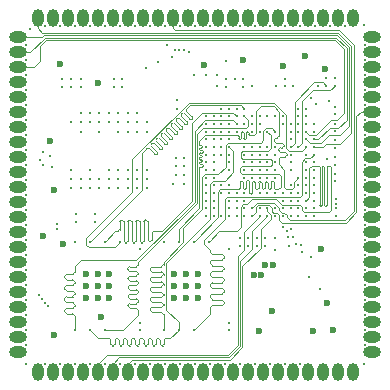
<source format=gbr>
%TF.GenerationSoftware,KiCad,Pcbnew,8.0.4*%
%TF.CreationDate,2024-10-13T16:20:41+07:00*%
%TF.ProjectId,siplex-som-s16,7369706c-6578-42d7-936f-6d2d7331362e,rev?*%
%TF.SameCoordinates,Original*%
%TF.FileFunction,Copper,L6,Inr*%
%TF.FilePolarity,Positive*%
%FSLAX46Y46*%
G04 Gerber Fmt 4.6, Leading zero omitted, Abs format (unit mm)*
G04 Created by KiCad (PCBNEW 8.0.4) date 2024-10-13 16:20:41*
%MOMM*%
%LPD*%
G01*
G04 APERTURE LIST*
%TA.AperFunction,ComponentPad*%
%ADD10O,1.500000X1.000000*%
%TD*%
%TA.AperFunction,ComponentPad*%
%ADD11O,1.000000X1.500000*%
%TD*%
%TA.AperFunction,ViaPad*%
%ADD12C,0.300000*%
%TD*%
%TA.AperFunction,ViaPad*%
%ADD13C,0.600000*%
%TD*%
%TA.AperFunction,Conductor*%
%ADD14C,0.100000*%
%TD*%
G04 APERTURE END LIST*
D10*
%TO.N,PB7*%
%TO.C,J8*%
X125310800Y-84736800D03*
%TO.N,PB8*%
X125310800Y-86006800D03*
%TO.N,PB9*%
X125310800Y-87276800D03*
%TO.N,PH4*%
X125310800Y-88546800D03*
%TO.N,GND*%
X125310800Y-89816800D03*
%TO.N,PC0*%
X125310800Y-91086800D03*
%TO.N,PC1*%
X125310800Y-92356800D03*
%TO.N,PC4*%
X125310800Y-93626800D03*
%TO.N,PA0*%
X125310800Y-94896800D03*
%TO.N,PA1*%
X125310800Y-96166800D03*
%TO.N,PA4*%
X125310800Y-97436800D03*
%TO.N,PA3*%
X125310800Y-98706800D03*
%TO.N,PA7*%
X125310800Y-99976800D03*
%TO.N,PA6*%
X125310800Y-101246800D03*
%TO.N,PA5*%
X125310800Y-102516800D03*
%TO.N,PB0*%
X125310800Y-103786800D03*
%TO.N,PB1*%
X125310800Y-105056800D03*
%TO.N,PC5*%
X125310800Y-106326800D03*
%TO.N,PB12*%
X125310800Y-107596800D03*
%TO.N,PB10*%
X125310800Y-108866800D03*
%TO.N,PB13*%
X125310800Y-110136800D03*
%TO.N,PB11*%
X125310800Y-111406800D03*
%TD*%
%TO.N,/Castellated_holes/SWDIO*%
%TO.C,J5*%
X155310800Y-111406800D03*
%TO.N,/Castellated_holes/SWCLK*%
X155310800Y-110136800D03*
%TO.N,GND*%
X155310800Y-108866800D03*
%TO.N,/Castellated_holes/USB_DN*%
X155310800Y-107596800D03*
%TO.N,/Castellated_holes/USB_DP*%
X155310800Y-106326800D03*
%TO.N,GND*%
X155310800Y-105056800D03*
%TO.N,/Castellated_holes/USB_VBUS_DET*%
X155310800Y-103786800D03*
%TO.N,/Castellated_holes/SWO*%
X155310800Y-102516800D03*
%TO.N,GND*%
X155310800Y-101246800D03*
%TO.N,/Castellated_holes/LTDC_R0*%
X155310800Y-99976800D03*
%TO.N,/Castellated_holes/LTDC_R1*%
X155310800Y-98706800D03*
%TO.N,/Castellated_holes/LTDC_R2*%
X155310800Y-97436800D03*
%TO.N,/Castellated_holes/LTDC_R3*%
X155310800Y-96166800D03*
%TO.N,/Castellated_holes/LTDC_R4*%
X155310800Y-94896800D03*
%TO.N,/Castellated_holes/LTDC_R5*%
X155310800Y-93626800D03*
%TO.N,/Castellated_holes/LTDC_R6*%
X155310800Y-92356800D03*
%TO.N,/Castellated_holes/LTDC_R7*%
X155310800Y-91086800D03*
%TO.N,/Castellated_holes/LTDC_G0*%
X155310800Y-89816800D03*
%TO.N,/Castellated_holes/LTDC_G1*%
X155310800Y-88546800D03*
%TO.N,/Castellated_holes/LTDC_G2*%
X155310800Y-87276800D03*
%TO.N,/Castellated_holes/LTDC_G3*%
X155310800Y-86006800D03*
%TO.N,/Castellated_holes/LTDC_G4*%
X155310800Y-84736800D03*
%TD*%
D11*
%TO.N,PB14*%
%TO.C,J9*%
X126975800Y-113071800D03*
%TO.N,PB15*%
X128245800Y-113071800D03*
%TO.N,PH7*%
X129515800Y-113071800D03*
%TO.N,PD13*%
X130785800Y-113071800D03*
%TO.N,PC6*%
X132055800Y-113071800D03*
%TO.N,PC7*%
X133325800Y-113071800D03*
%TO.N,PC8*%
X134595800Y-113071800D03*
%TO.N,PH14*%
X135865800Y-113071800D03*
%TO.N,PD2*%
X137135800Y-113071800D03*
%TO.N,PD3*%
X138405800Y-113071800D03*
%TO.N,PD5*%
X139675800Y-113071800D03*
%TO.N,PD6*%
X140945800Y-113071800D03*
%TO.N,PD7*%
X142215800Y-113071800D03*
%TO.N,PI3*%
X143485800Y-113071800D03*
%TO.N,PA15*%
X144755800Y-113071800D03*
%TO.N,PC12*%
X146025800Y-113071800D03*
%TO.N,PG11*%
X147295800Y-113071800D03*
%TO.N,PB4*%
X148565800Y-113071800D03*
%TO.N,VIN*%
X149835800Y-113071800D03*
%TO.N,+3V3*%
X151105800Y-113071800D03*
%TO.N,GND*%
X152375800Y-113071800D03*
X153645800Y-113071800D03*
%TD*%
%TO.N,PB5*%
%TO.C,J7*%
X126975800Y-83071800D03*
%TO.N,GND*%
X128245800Y-83071800D03*
%TO.N,VRTC*%
X129515800Y-83071800D03*
%TO.N,/Castellated_holes/NRST*%
X130785800Y-83071800D03*
%TO.N,/MCU/BOOT0*%
X132055800Y-83071800D03*
%TO.N,/Castellated_holes/LTDC_DE*%
X133325800Y-83071800D03*
%TO.N,/Castellated_holes/LTDC_VSYNC*%
X134595800Y-83071800D03*
%TO.N,/Castellated_holes/LTDC_HSYNC*%
X135865800Y-83071800D03*
%TO.N,GND*%
X137135800Y-83071800D03*
%TO.N,/Castellated_holes/LTDC_CLK*%
X138405800Y-83071800D03*
%TO.N,GND*%
X139675800Y-83071800D03*
%TO.N,/Castellated_holes/LTDC_B7*%
X140945800Y-83071800D03*
%TO.N,/Castellated_holes/LTDC_B6*%
X142215800Y-83071800D03*
%TO.N,/Castellated_holes/LTDC_B5*%
X143485800Y-83071800D03*
%TO.N,/Castellated_holes/LTDC_B4*%
X144755800Y-83071800D03*
%TO.N,/Castellated_holes/LTDC_B3*%
X146025800Y-83071800D03*
%TO.N,/Castellated_holes/LTDC_B2*%
X147295800Y-83071800D03*
%TO.N,/Castellated_holes/LTDC_B1*%
X148565800Y-83071800D03*
%TO.N,/Castellated_holes/LTDC_B0*%
X149835800Y-83071800D03*
%TO.N,/Castellated_holes/LTDC_G7*%
X151105800Y-83071800D03*
%TO.N,/Castellated_holes/LTDC_G6*%
X152375800Y-83071800D03*
%TO.N,/Castellated_holes/LTDC_G5*%
X153645800Y-83071800D03*
%TD*%
D12*
%TO.N,Net-(C1-Pad1)*%
X147040600Y-101780400D03*
X139367200Y-97180400D03*
%TO.N,GND*%
X146420600Y-95991200D03*
X128994000Y-88300600D03*
X142849600Y-112395000D03*
D13*
X129133600Y-102260400D03*
X128854200Y-86969600D03*
D12*
X145120600Y-95991200D03*
X152120600Y-96956200D03*
D13*
X145706800Y-109586700D03*
D12*
X144470600Y-95341200D03*
X145120600Y-94041200D03*
X147878800Y-88239200D03*
X138710400Y-95666200D03*
X154635200Y-89179400D03*
X145770600Y-94691200D03*
X143170600Y-90791200D03*
D13*
X139522200Y-106804600D03*
D12*
X146420600Y-97941200D03*
X145389600Y-112395000D03*
X147070600Y-96641200D03*
X130149600Y-83769200D03*
X154635200Y-101879400D03*
X146420600Y-96641200D03*
X146420600Y-95341200D03*
X147929600Y-83769200D03*
X146227800Y-102377200D03*
D13*
X140522200Y-105804600D03*
D12*
X126009400Y-98069400D03*
X154635200Y-100609400D03*
X147070600Y-91441200D03*
X148370600Y-94691200D03*
D13*
X141071600Y-87071200D03*
D12*
X145770600Y-95341200D03*
X143170600Y-95991200D03*
X126009400Y-104419400D03*
X154635200Y-90449400D03*
X144470600Y-95991200D03*
X130149600Y-112395000D03*
X137769600Y-83769200D03*
X145516600Y-102377200D03*
X126009400Y-91719400D03*
X154635200Y-87909400D03*
X129794000Y-88300600D03*
X143170600Y-95341200D03*
D13*
X138522200Y-104804600D03*
X132029200Y-106804600D03*
D12*
X129794400Y-97541200D03*
X154635200Y-110769400D03*
D13*
X131029200Y-106804600D03*
D12*
X141579600Y-112395000D03*
D13*
X132029200Y-104804600D03*
D12*
X149199600Y-112395000D03*
X126009400Y-92989400D03*
D13*
X132334000Y-108432600D03*
D12*
X147111600Y-88879200D03*
X154635200Y-91719400D03*
D13*
X146801800Y-107924600D03*
X128346200Y-109931200D03*
D12*
X154635200Y-95529400D03*
X139039600Y-83769200D03*
X144470600Y-94691200D03*
X138710400Y-96367600D03*
X140233400Y-87912000D03*
X129794400Y-95941200D03*
X128879600Y-83769200D03*
X154635200Y-85369400D03*
D13*
X133029200Y-105804600D03*
D12*
X138710400Y-94945200D03*
X147070600Y-94691200D03*
X144470600Y-94041200D03*
X126009400Y-99339400D03*
D13*
X150251800Y-109586700D03*
D12*
X154609800Y-83743800D03*
D13*
X132029200Y-105804600D03*
D12*
X132994400Y-95941200D03*
X126009400Y-90449400D03*
X133959600Y-112395000D03*
X147070600Y-94041200D03*
X152120600Y-90637400D03*
X126009400Y-110769400D03*
X140309600Y-83769200D03*
X127609600Y-83769200D03*
X148615400Y-88873400D03*
X145120600Y-96641200D03*
D13*
X151257000Y-87401400D03*
D12*
X131419600Y-112395000D03*
D13*
X132054600Y-88646000D03*
D12*
X141579600Y-83769200D03*
X145389600Y-83769200D03*
X151739600Y-83769200D03*
X152120600Y-94904600D03*
X145770600Y-97941200D03*
X139039600Y-112395000D03*
X142520600Y-90791200D03*
X137769600Y-112395000D03*
X154635200Y-108229400D03*
X145770600Y-96641200D03*
X154635200Y-109499400D03*
X128879600Y-112395000D03*
D13*
X149580600Y-86360000D03*
X138522200Y-105804600D03*
D12*
X125984000Y-112395000D03*
X130133133Y-102048267D03*
X148370600Y-95991200D03*
X126009400Y-101879400D03*
D13*
X131029200Y-104804600D03*
D12*
X126009400Y-86639400D03*
X140309600Y-112395000D03*
X126009400Y-89179400D03*
X146420600Y-94691200D03*
X146659600Y-83769200D03*
X126009400Y-100609400D03*
X142925800Y-88275200D03*
X148370600Y-95341200D03*
X153009600Y-83769200D03*
X149199600Y-83769200D03*
X127609600Y-112395000D03*
X126009400Y-109499400D03*
X132689600Y-83769200D03*
X126009400Y-95529400D03*
X138745000Y-90791200D03*
D13*
X140522200Y-104804600D03*
D12*
X143820600Y-92741200D03*
X147040600Y-102740400D03*
X154609800Y-112395000D03*
X144470600Y-96641200D03*
X134112000Y-88300600D03*
X138407200Y-97180400D03*
D13*
X127381000Y-101549200D03*
D12*
X145770600Y-94041200D03*
X152120600Y-92059800D03*
X131419600Y-83769200D03*
X145120600Y-95341200D03*
X126314200Y-84074000D03*
D13*
X151485600Y-107264200D03*
D12*
X126009400Y-103149400D03*
D13*
X133029200Y-104804600D03*
D12*
X135631400Y-108914600D03*
X143124400Y-108914600D03*
X150469600Y-83769200D03*
X126009400Y-94259400D03*
X133394400Y-88300600D03*
D13*
X150952200Y-102692200D03*
X128320800Y-97713800D03*
D12*
X147929600Y-112395000D03*
X154635200Y-103149400D03*
D13*
X139522200Y-104804600D03*
D12*
X144094200Y-102377200D03*
X126009400Y-85369400D03*
X154635200Y-98069400D03*
X154635200Y-96799400D03*
X154635200Y-99339400D03*
X154635200Y-86639400D03*
X142113000Y-88897400D03*
D13*
X151968200Y-109524800D03*
D12*
X150901400Y-106047000D03*
X132194400Y-92741200D03*
X145120600Y-94691200D03*
X147070600Y-95991200D03*
X146659600Y-112395000D03*
X145770600Y-95991200D03*
X138745000Y-90068400D03*
X136194400Y-97541200D03*
X126009400Y-108229400D03*
X130194400Y-100370600D03*
D13*
X144348200Y-86664800D03*
D12*
X144795600Y-102377200D03*
X126009400Y-106959400D03*
X126009400Y-87909400D03*
X136499600Y-112395000D03*
X144119600Y-83769200D03*
X130594000Y-88300600D03*
X154635200Y-104419400D03*
X154635200Y-94259400D03*
X146420600Y-94041200D03*
X131394400Y-95941200D03*
X148370600Y-93391200D03*
X145071600Y-88879200D03*
X131794400Y-100370600D03*
X150655400Y-88873400D03*
X132689600Y-112395000D03*
X154635200Y-92989400D03*
X152120600Y-93482200D03*
X154635200Y-105689400D03*
X142849600Y-83769200D03*
D13*
X140522200Y-106804600D03*
D12*
X133959600Y-83769200D03*
X154635200Y-106959400D03*
X136499600Y-83769200D03*
X126009400Y-96799400D03*
X146420600Y-91441200D03*
X151409400Y-88209600D03*
X137617200Y-102054600D03*
X126009400Y-105689400D03*
D13*
X131029200Y-105804600D03*
D12*
X147070600Y-95341200D03*
D13*
X138522200Y-106804600D03*
X133029200Y-106804600D03*
D12*
X144339000Y-88279800D03*
D13*
X128041400Y-93522800D03*
X139522200Y-105804600D03*
X147701000Y-87172800D03*
D12*
X144119600Y-112395000D03*
X135229600Y-112395000D03*
X147070600Y-97941200D03*
X135229600Y-83769200D03*
X130594400Y-92741200D03*
%TO.N,/MCU/RSTn*%
X144339000Y-88925400D03*
%TO.N,+3V3*%
X147878800Y-88879200D03*
X143637000Y-88279800D03*
X133394400Y-88940600D03*
X152120600Y-91277400D03*
X146227800Y-101737200D03*
X141173200Y-87907000D03*
X134112000Y-88940600D03*
X137119400Y-86819500D03*
X152120600Y-92699800D03*
X128994000Y-88940600D03*
X131794400Y-99730600D03*
X130194400Y-99730600D03*
X139350400Y-96367600D03*
X135631400Y-102694600D03*
X142925800Y-88915200D03*
X152120600Y-94122200D03*
X143124400Y-109554600D03*
X142113000Y-87937400D03*
X130594000Y-88940600D03*
X139350400Y-95666200D03*
X152120600Y-95544600D03*
X152120600Y-88209600D03*
X144795600Y-101737200D03*
X152120600Y-96316200D03*
X145516600Y-101737200D03*
X149936200Y-105027000D03*
X129794000Y-88940600D03*
D13*
X145897600Y-104902000D03*
X145237200Y-104902000D03*
D12*
X144094200Y-101737200D03*
D13*
X146227800Y-104013000D03*
D12*
X143124400Y-102694600D03*
X139350400Y-94945200D03*
D13*
X146913600Y-104013000D03*
D12*
X135631400Y-109554600D03*
%TO.N,Net-(U1-PDR_ON)*%
X149020600Y-94041200D03*
X152120600Y-88849600D03*
%TO.N,/MCU/BOOT0*%
X151409400Y-88849600D03*
X148370600Y-94041200D03*
%TO.N,/Castellated_holes/LTDC_G5*%
X147720600Y-99241200D03*
X152196800Y-99852200D03*
%TO.N,/Castellated_holes/LTDC_G7*%
X152196800Y-99241200D03*
X149020600Y-99241200D03*
%TO.N,/Castellated_holes/LTDC_B1*%
X151434800Y-95021400D03*
X149670600Y-95341200D03*
%TO.N,/Castellated_holes/LTDC_R4*%
X143820600Y-98591200D03*
%TO.N,unconnected-(U1-PH6-PadM11)*%
X143170600Y-97291200D03*
%TO.N,/Castellated_holes/LTDC_R0*%
X150320600Y-95341200D03*
%TO.N,/Castellated_holes/LTDC_B4*%
X148370600Y-92741200D03*
%TO.N,/Castellated_holes/LTDC_G1*%
X149670600Y-92091200D03*
%TO.N,/Castellated_holes/LTDC_R3*%
X143170600Y-98591200D03*
%TO.N,/Castellated_holes/LTDC_G0*%
X149670600Y-91441200D03*
%TO.N,unconnected-(U1-PA10-PadD15)*%
X148370600Y-99891200D03*
%TO.N,/Castellated_holes/LTDC_R2*%
X149670600Y-99241200D03*
%TO.N,/Castellated_holes/LTDC_CLK*%
X145120600Y-99241200D03*
%TO.N,/Castellated_holes/LTDC_VSYNC*%
X148370600Y-92091200D03*
%TO.N,/Castellated_holes/LTDC_B2*%
X152196800Y-98841197D03*
X147070600Y-99241200D03*
%TO.N,/Castellated_holes/LTDC_G4*%
X148370600Y-98591200D03*
%TO.N,/Castellated_holes/LTDC_R1*%
X141870600Y-91441200D03*
%TO.N,/Castellated_holes/LTDC_R5*%
X143820600Y-97941200D03*
%TO.N,/Castellated_holes/LTDC_G2*%
X147720600Y-97941200D03*
%TO.N,/Castellated_holes/LTDC_R7*%
X145120600Y-99891200D03*
%TO.N,unconnected-(U1-PH8-PadM12)*%
X143170600Y-97941200D03*
%TO.N,/Castellated_holes/LTDC_B6*%
X149020600Y-92091200D03*
X150557833Y-90353632D03*
%TO.N,VBAT*%
X149020600Y-90791200D03*
X136169400Y-87325200D03*
%TO.N,/Castellated_holes/LTDC_G6*%
X148370600Y-99241200D03*
%TO.N,/Castellated_holes/LTDC_R6*%
X144470600Y-97941200D03*
%TO.N,/Castellated_holes/LTDC_B7*%
X149020600Y-91441200D03*
%TO.N,/Castellated_holes/LTDC_HSYNC*%
X147720600Y-92091200D03*
X150139400Y-89916000D03*
%TO.N,unconnected-(U1-PG3-PadK15)*%
X144470600Y-99891200D03*
%TO.N,/Castellated_holes/LTDC_B3*%
X152196800Y-98441194D03*
X147070600Y-99891200D03*
%TO.N,/Castellated_holes/LTDC_B0*%
X149670600Y-90791200D03*
%TO.N,/Castellated_holes/LTDC_DE*%
X143820600Y-90791200D03*
%TO.N,/Castellated_holes/LTDC_G3*%
X149670600Y-96641200D03*
X151586098Y-90161312D03*
%TO.N,/Castellated_holes/LTDC_B5*%
X149020600Y-92741200D03*
%TO.N,/MCU/SDRAM_A12*%
X143820600Y-99891200D03*
X134594400Y-97541200D03*
%TO.N,/MCU/SDRAM_A8*%
X135394400Y-97541200D03*
X141220600Y-94691200D03*
%TO.N,/MCU/SDRAM_DQ13*%
X141870600Y-99891200D03*
X130594400Y-96741200D03*
%TO.N,/MCU/SDRAM_CKE*%
X143170600Y-93391200D03*
X133794400Y-95941200D03*
%TO.N,/MCU/SDRAM_DQ6*%
X141870600Y-95991200D03*
X132194400Y-91941200D03*
%TO.N,/MCU/SDRAM_A5*%
X144470600Y-92091200D03*
X136194400Y-96741200D03*
%TO.N,/MCU/SDRAM_DQ0*%
X129794400Y-91941200D03*
X143170600Y-99241200D03*
%TO.N,/MCU/SDRAM_DQMH*%
X150320600Y-92091200D03*
X133794400Y-97541200D03*
%TO.N,/MCU/SDRAM_DQ14*%
X130594400Y-97541200D03*
X141870600Y-99241200D03*
%TO.N,/MCU/SDRAM_A7*%
X142520600Y-94041200D03*
X135394400Y-96741200D03*
%TO.N,/MCU/SDRAM_A2*%
X136194400Y-91941200D03*
X145770600Y-91441200D03*
%TO.N,/MCU/SDRAM_DQ12*%
X131394400Y-97541200D03*
X141220600Y-97291200D03*
%TO.N,/MCU/SDRAM_A6*%
X135394400Y-95941200D03*
X141870600Y-94041200D03*
%TO.N,/MCU/SDRAM_A9*%
X141870600Y-94691200D03*
X134594400Y-95941200D03*
%TO.N,/MCU/~{SDRAM_RAS}*%
X141220600Y-94041200D03*
X133794400Y-91941200D03*
%TO.N,/MCU/SDRAM_DQ7*%
X132994400Y-91141200D03*
X141220600Y-95991200D03*
%TO.N,/MCU/SDRAM_A1*%
X145770600Y-92091200D03*
X135394400Y-91941200D03*
%TO.N,/MCU/SDRAM_DQ3*%
X149020600Y-97941200D03*
X131394400Y-91141200D03*
%TO.N,/MCU/~{SDRAM_CAS}*%
X149670600Y-94691200D03*
X133794400Y-92741200D03*
%TO.N,/MCU/SDRAM_DQ15*%
X129794400Y-96741200D03*
X142520600Y-99891200D03*
%TO.N,/MCU/SDRAM_A11*%
X143170600Y-94691200D03*
X134594400Y-96741200D03*
%TO.N,/MCU/SDRAM_DQ5*%
X141870600Y-95341200D03*
X132194400Y-91141200D03*
%TO.N,/MCU/SDRAM_A10*%
X142520600Y-94691200D03*
X135394400Y-91141200D03*
%TO.N,/MCU/SDRAM_A0*%
X135394400Y-92741200D03*
X147720600Y-91441200D03*
%TO.N,/MCU/~{SDRAM_WE}*%
X145120600Y-92741200D03*
X133794400Y-91141200D03*
%TO.N,/MCU/SDRAM_DQML*%
X132994400Y-91941200D03*
X150320600Y-92741200D03*
%TO.N,/MCU/SDRAM_DQ4*%
X141220600Y-95341200D03*
X131394400Y-91941200D03*
%TO.N,/MCU/SDRAM_DQ9*%
X141220600Y-96641200D03*
X132194400Y-96741200D03*
%TO.N,/MCU/SDRAM_DQ8*%
X132994400Y-97541200D03*
X141870600Y-96641200D03*
%TO.N,/MCU/SDRAM_DQ10*%
X142520600Y-97291200D03*
X132194400Y-97541200D03*
%TO.N,/MCU/SDRAM_BA1*%
X144470600Y-98591200D03*
X134594400Y-91941200D03*
%TO.N,/MCU/SDRAM_A4*%
X145120600Y-92091200D03*
X136194400Y-95941200D03*
%TO.N,/MCU/SDRAM_DQ1*%
X143820600Y-99241200D03*
X130594400Y-91141200D03*
%TO.N,/MCU/SDRAM_CLK*%
X145770600Y-99241200D03*
X133794400Y-96741200D03*
%TO.N,/MCU/SDRAM_A3*%
X145120600Y-91441200D03*
X136194400Y-92741200D03*
%TO.N,/MCU/SDRAM_DQ2*%
X130594400Y-91941200D03*
X149670600Y-97941200D03*
%TO.N,/MCU/SDRAM_BA0*%
X134594400Y-92741200D03*
X144470600Y-99241200D03*
%TO.N,/MCU/~{SDRAM_CS}*%
X134594400Y-91141200D03*
X143170600Y-92741200D03*
%TO.N,unconnected-(U2-NC-PadE2)*%
X132994400Y-96741200D03*
%TO.N,/MCU/SDRAM_DQ11*%
X131394400Y-96741200D03*
X141870600Y-97291200D03*
%TO.N,/Castellated_holes/USB_DN*%
X149020600Y-99891200D03*
%TO.N,/Castellated_holes/USB_DP*%
X149670600Y-99891200D03*
%TO.N,/MCU/~{FLASH_BK1_CS}*%
X149670600Y-94041200D03*
X133934200Y-102054600D03*
%TO.N,/MCU/~{FLASH_BK2_CS}*%
X149670600Y-98591200D03*
X141427200Y-102054600D03*
%TO.N,/MCU/FLASH_BK1_IO1*%
X143820600Y-91441200D03*
X132664200Y-102054600D03*
%TO.N,/MCU/FLASH_BK1_IO0*%
X143820600Y-92091200D03*
X130124200Y-109554600D03*
%TO.N,/MCU/FLASH_BK2_IO1*%
X146420600Y-92741200D03*
X140157200Y-102054600D03*
%TO.N,/MCU/FLASH_BK1_IO2*%
X144470600Y-90791200D03*
X131394200Y-102054600D03*
%TO.N,/MCU/FLASH_CLK*%
X143170600Y-94041200D03*
X131394200Y-109554600D03*
X138887200Y-109554600D03*
%TO.N,/MCU/FLASH_BK1_IO3*%
X144470600Y-91441200D03*
X132664200Y-109554600D03*
%TO.N,/MCU/FLASH_BK2_IO3*%
X140157200Y-109554600D03*
X150320600Y-94691200D03*
%TO.N,/MCU/FLASH_BK2_IO2*%
X149020600Y-96641200D03*
X138887200Y-102054600D03*
%TO.N,/MCU/FLASH_BK2_IO0*%
X147070600Y-92741200D03*
X137617200Y-109554600D03*
%TO.N,PB7*%
X149670600Y-93391200D03*
%TO.N,PB5*%
X150320600Y-94041200D03*
%TO.N,PB8*%
X150320600Y-93391200D03*
%TO.N,PB9*%
X149670600Y-92741200D03*
%TO.N,/Castellated_holes/SWCLK*%
X150320600Y-99241200D03*
%TO.N,/Castellated_holes/SWO*%
X150320600Y-96641200D03*
%TO.N,/Castellated_holes/SWDIO*%
X150320600Y-99891200D03*
%TO.N,/Castellated_holes/USB_VBUS_DET*%
X147720600Y-99891200D03*
%TO.N,PH4*%
X142875800Y-86766400D03*
X145770600Y-92741200D03*
%TO.N,PC1*%
X143170600Y-92091200D03*
X139369800Y-85816802D03*
%TO.N,PC0*%
X143170600Y-91441200D03*
X139750800Y-86004400D03*
%TO.N,PC4*%
X142520600Y-93391200D03*
X137942827Y-85374000D03*
%TO.N,PC5*%
X141870600Y-93391200D03*
X128193800Y-95694642D03*
%TO.N,PA1*%
X142520600Y-91441200D03*
X138969797Y-85816802D03*
%TO.N,PA4*%
X138314054Y-86429390D03*
X142520600Y-92741200D03*
%TO.N,PA0*%
X138569992Y-85829390D03*
X142520600Y-92091200D03*
%TO.N,PA7*%
X141220600Y-92091200D03*
%TO.N,PA3*%
X141220600Y-91441200D03*
%TO.N,PA6*%
X127431800Y-94488000D03*
X141870600Y-92091200D03*
%TO.N,PA5*%
X127177800Y-95097600D03*
X141870600Y-92741200D03*
%TO.N,PB0*%
X127431800Y-95529400D03*
X141220600Y-93391200D03*
%TO.N,PB1*%
X127965200Y-94788000D03*
X141220600Y-92741200D03*
%TO.N,PB11*%
X141220600Y-98591200D03*
%TO.N,PB10*%
X141220600Y-97941200D03*
X128574800Y-100990400D03*
%TO.N,PB13*%
X141870600Y-98591200D03*
%TO.N,PB12*%
X141870600Y-97941200D03*
X128574800Y-100590397D03*
%TO.N,PB14*%
X127068200Y-106599000D03*
X141220600Y-99241200D03*
%TO.N,PB15*%
X141220600Y-99891200D03*
X127315903Y-106913078D03*
%TO.N,PD13*%
X143170600Y-99891200D03*
X127842670Y-107518357D03*
%TO.N,PH7*%
X127584200Y-107213078D03*
X142520600Y-97941200D03*
%TO.N,PC7*%
X146420600Y-99891200D03*
%TO.N,PC6*%
X145770600Y-99891200D03*
%TO.N,PC8*%
X146420600Y-99241200D03*
%TO.N,PH14*%
X147720600Y-98591200D03*
%TO.N,PC12*%
X149292795Y-102328553D03*
X150320600Y-97941200D03*
%TO.N,PI3*%
X149020600Y-98591200D03*
X148400302Y-100957000D03*
%TO.N,PD6*%
X148562967Y-101649167D03*
X149670600Y-97291200D03*
%TO.N,PD7*%
X148241700Y-102394700D03*
X150320600Y-97291200D03*
%TO.N,PD5*%
X148132800Y-101650800D03*
X149020600Y-97291200D03*
%TO.N,PA15*%
X150320600Y-98591200D03*
X148844000Y-102260400D03*
%TO.N,PB4*%
X150139400Y-103352600D03*
X150320600Y-95991200D03*
%TO.N,PD2*%
X148370600Y-97941200D03*
X147728590Y-100787200D03*
%TO.N,PG11*%
X149354400Y-102948600D03*
X149670600Y-95991200D03*
%TO.N,PD3*%
X148032052Y-101113184D03*
X148370600Y-97291200D03*
%TD*%
D14*
%TO.N,Net-(U1-PDR_ON)*%
X149370600Y-93691200D02*
X149370600Y-90126000D01*
X149020600Y-94041200D02*
X149370600Y-93691200D01*
X151736800Y-89233400D02*
X152120600Y-88849600D01*
X150263200Y-89233400D02*
X151736800Y-89233400D01*
X149370600Y-90126000D02*
X150263200Y-89233400D01*
%TO.N,/MCU/BOOT0*%
X150393400Y-88519000D02*
X148717000Y-90195400D01*
X148717000Y-90195400D02*
X148717000Y-93694800D01*
X151409400Y-88849600D02*
X151078800Y-88519000D01*
X151078800Y-88519000D02*
X150393400Y-88519000D01*
X148717000Y-93694800D02*
X148370600Y-94041200D01*
%TO.N,/Castellated_holes/LTDC_CLK*%
X147844865Y-99591200D02*
X148056600Y-99802935D01*
X147420600Y-99160600D02*
X147420600Y-99365465D01*
X153749400Y-85435028D02*
X152464572Y-84150200D01*
X148056600Y-99802935D02*
X148056600Y-100001465D01*
X138582400Y-84150200D02*
X138405800Y-83973600D01*
X153002958Y-100231600D02*
X153749400Y-99485158D01*
X147001200Y-98741200D02*
X147420600Y-99160600D01*
X147420600Y-99365465D02*
X147646335Y-99591200D01*
X147646335Y-99591200D02*
X147844865Y-99591200D01*
X148056600Y-100001465D02*
X148286735Y-100231600D01*
X145120600Y-99173158D02*
X145552558Y-98741200D01*
X152464572Y-84150200D02*
X138582400Y-84150200D01*
X148286735Y-100231600D02*
X153002958Y-100231600D01*
X153749400Y-99485158D02*
X153749400Y-85435028D01*
X145552558Y-98741200D02*
X147001200Y-98741200D01*
X145120600Y-99241200D02*
X145120600Y-99173158D01*
X138405800Y-83973600D02*
X138405800Y-83071800D01*
%TO.N,/Castellated_holes/LTDC_R7*%
X145470600Y-99541200D02*
X145470600Y-99106000D01*
X154302600Y-91086800D02*
X155310800Y-91086800D01*
X146911400Y-99591200D02*
X147194865Y-99591200D01*
X147194865Y-99591200D02*
X147420600Y-99816935D01*
X153949400Y-91440000D02*
X154302600Y-91086800D01*
X147624800Y-100431600D02*
X153085800Y-100431600D01*
X153949400Y-99568000D02*
X153949400Y-91440000D01*
X153085800Y-100431600D02*
X153949400Y-99568000D01*
X147420600Y-100227400D02*
X147624800Y-100431600D01*
X146770600Y-99450400D02*
X146911400Y-99591200D01*
X146550200Y-98941200D02*
X146770600Y-99161600D01*
X147420600Y-99816935D02*
X147420600Y-100227400D01*
X145120600Y-99891200D02*
X145470600Y-99541200D01*
X146770600Y-99161600D02*
X146770600Y-99450400D01*
X145470600Y-99106000D02*
X145635400Y-98941200D01*
X145635400Y-98941200D02*
X146550200Y-98941200D01*
%TO.N,/MCU/~{FLASH_BK1_CS}*%
X134975600Y-97866200D02*
X134975600Y-95072200D01*
X148020600Y-91316935D02*
X148020600Y-94115465D01*
X131089400Y-101752400D02*
X134975600Y-97866200D01*
X148020600Y-94115465D02*
X148246335Y-94341200D01*
X131089400Y-102311200D02*
X131089400Y-101752400D01*
X146975265Y-90271600D02*
X148020600Y-91316935D01*
X133934200Y-102054600D02*
X133499800Y-102489000D01*
X134975600Y-95072200D02*
X139776200Y-90271600D01*
X139776200Y-90271600D02*
X146975265Y-90271600D01*
X133499800Y-102489000D02*
X131267200Y-102489000D01*
X148246335Y-94341200D02*
X149370600Y-94341200D01*
X131267200Y-102489000D02*
X131089400Y-102311200D01*
X149370600Y-94341200D02*
X149670600Y-94041200D01*
%TO.N,/MCU/~{FLASH_BK2_CS}*%
X151511000Y-95641200D02*
X151749800Y-95641200D01*
X151351000Y-99052518D02*
X151311000Y-99052518D01*
X144145000Y-99085400D02*
X144145000Y-100838000D01*
X149970600Y-98291200D02*
X149670600Y-98591200D01*
X150751000Y-95641200D02*
X150711000Y-95641200D01*
X151749800Y-95641200D02*
X151820600Y-95712000D01*
X151820600Y-99360000D02*
X151612600Y-99568000D01*
X144145000Y-100838000D02*
X143840200Y-101142800D01*
X147142200Y-98475800D02*
X145110200Y-98475800D01*
X151031000Y-95721200D02*
X151031000Y-98972492D01*
X145110200Y-98475800D02*
X144694800Y-98891200D01*
X150831000Y-98972492D02*
X150831000Y-95721200D01*
X147607600Y-98941200D02*
X147142200Y-98475800D01*
X143840200Y-101142800D02*
X142339000Y-101142800D01*
X144339200Y-98891200D02*
X144145000Y-99085400D01*
X150951000Y-99052492D02*
X150911000Y-99052492D01*
X151612600Y-99568000D02*
X149504400Y-99568000D01*
X149320600Y-99116935D02*
X149144865Y-98941200D01*
X149970600Y-95825199D02*
X149970600Y-98291200D01*
X151820600Y-95712000D02*
X151820600Y-99360000D01*
X144694800Y-98891200D02*
X144339200Y-98891200D01*
X149504400Y-99568000D02*
X149320600Y-99384200D01*
X150711000Y-95641200D02*
X150481996Y-95641200D01*
X150154599Y-95641200D02*
X149970600Y-95825199D01*
X149144865Y-98941200D02*
X147607600Y-98941200D01*
X142339000Y-101142800D02*
X141427200Y-102054600D01*
X151151000Y-95641200D02*
X151111000Y-95641200D01*
X151431000Y-95721200D02*
X151431000Y-98972518D01*
X149320600Y-99384200D02*
X149320600Y-99116935D01*
X151231000Y-98972518D02*
X151231000Y-95721200D01*
X150481996Y-95641200D02*
X150154599Y-95641200D01*
X151231000Y-95721200D02*
G75*
G03*
X151151000Y-95641200I-80000J0D01*
G01*
X151511000Y-95641200D02*
G75*
G03*
X151431000Y-95721200I0J-80000D01*
G01*
X151111000Y-95641200D02*
G75*
G03*
X151031000Y-95721200I0J-80000D01*
G01*
X151311000Y-99052518D02*
G75*
G02*
X151230982Y-98972518I0J80018D01*
G01*
X151431000Y-98972518D02*
G75*
G02*
X151351000Y-99052500I-80000J18D01*
G01*
X150831000Y-95721200D02*
G75*
G03*
X150751000Y-95641200I-80000J0D01*
G01*
X151031000Y-98972492D02*
G75*
G02*
X150951000Y-99052500I-80000J-8D01*
G01*
X150911000Y-99052492D02*
G75*
G02*
X150831008Y-98972492I0J79992D01*
G01*
%TO.N,/MCU/FLASH_BK1_IO1*%
X140916642Y-91141200D02*
X143520600Y-91141200D01*
X133550600Y-101168200D02*
X133769246Y-101168200D01*
X135605246Y-101168200D02*
X135605246Y-101997048D01*
X140043000Y-98608516D02*
X140043000Y-92014842D01*
X140043000Y-92014842D02*
X140916642Y-91141200D01*
X135265246Y-101168200D02*
X135265246Y-100339351D01*
X135945246Y-101168200D02*
X135945246Y-100339351D01*
X134925246Y-101168200D02*
X134925246Y-101997049D01*
X136829246Y-101168200D02*
X137128519Y-101168200D01*
X136285246Y-100339351D02*
X136285246Y-101168200D01*
X135605246Y-100339351D02*
X135605246Y-101168200D01*
X134041246Y-100203345D02*
X134109246Y-100203345D01*
X134585246Y-101997055D02*
X134585246Y-101168200D01*
X135945246Y-101997048D02*
X135945246Y-101168200D01*
X135401246Y-100203351D02*
X135469246Y-100203351D01*
X134721246Y-100203345D02*
X134789246Y-100203345D01*
X135061246Y-102133049D02*
X135129246Y-102133049D01*
X134585246Y-101168200D02*
X134585246Y-100339345D01*
X136421246Y-102033048D02*
X136489246Y-102033048D01*
X137483316Y-101168200D02*
X140043000Y-98608516D01*
X136081246Y-100203351D02*
X136149246Y-100203351D01*
X136761246Y-101168200D02*
X136829246Y-101168200D01*
X132664200Y-102054600D02*
X133550600Y-101168200D01*
X134245246Y-101032200D02*
X134245246Y-101997055D01*
X136285246Y-101168200D02*
X136285246Y-101897048D01*
X137128519Y-101168200D02*
X137483316Y-101168200D01*
X143520600Y-91141200D02*
X143820600Y-91441200D01*
X136625246Y-101897048D02*
X136625246Y-101304200D01*
X135741246Y-102133048D02*
X135809246Y-102133048D01*
X134925246Y-100339345D02*
X134925246Y-101168200D01*
X135265246Y-101997049D02*
X135265246Y-101168200D01*
X133905246Y-101032200D02*
X133905246Y-100339345D01*
X134245246Y-100339345D02*
X134245246Y-101032200D01*
X134381246Y-102133055D02*
X134449246Y-102133055D01*
X136149246Y-100203351D02*
G75*
G02*
X136285149Y-100339351I-46J-135949D01*
G01*
X134109246Y-100203345D02*
G75*
G02*
X134245155Y-100339345I-46J-135955D01*
G01*
X134449246Y-102133055D02*
G75*
G03*
X134585155Y-101997055I-46J135955D01*
G01*
X136285246Y-101897048D02*
G75*
G03*
X136421246Y-102032954I135954J48D01*
G01*
X134585246Y-100339345D02*
G75*
G02*
X134721246Y-100203346I135954J45D01*
G01*
X133769246Y-101168200D02*
G75*
G03*
X133905200Y-101032200I-46J136000D01*
G01*
X135469246Y-100203351D02*
G75*
G02*
X135605149Y-100339351I-46J-135949D01*
G01*
X136489246Y-102033048D02*
G75*
G03*
X136625248Y-101897048I-46J136048D01*
G01*
X135809246Y-102133048D02*
G75*
G03*
X135945248Y-101997048I-46J136048D01*
G01*
X135265246Y-100339351D02*
G75*
G02*
X135401246Y-100203346I135954J51D01*
G01*
X136625246Y-101304200D02*
G75*
G02*
X136761246Y-101168246I135954J0D01*
G01*
X135129246Y-102133049D02*
G75*
G03*
X135265149Y-101997049I-46J135949D01*
G01*
X134789246Y-100203345D02*
G75*
G02*
X134925155Y-100339345I-46J-135955D01*
G01*
X135945246Y-100339351D02*
G75*
G02*
X136081246Y-100203346I135954J51D01*
G01*
X134925246Y-101997049D02*
G75*
G03*
X135061246Y-102133054I135954J-51D01*
G01*
X133905246Y-100339345D02*
G75*
G02*
X134041246Y-100203346I135954J45D01*
G01*
X135605246Y-101997048D02*
G75*
G03*
X135741246Y-102132954I135954J48D01*
G01*
X134245246Y-101997055D02*
G75*
G03*
X134381246Y-102133054I135954J-45D01*
G01*
%TO.N,/MCU/FLASH_BK1_IO0*%
X130632200Y-103606600D02*
X130124200Y-104114600D01*
X130124200Y-105461200D02*
X130124200Y-105557200D01*
X129216548Y-105941200D02*
X129216548Y-106037200D01*
X129216552Y-106901200D02*
X129216552Y-106997200D01*
X130124200Y-104114600D02*
X130124200Y-104597200D01*
X129216552Y-104981200D02*
X129216552Y-105077200D01*
X130124200Y-108464511D02*
X130124200Y-109554600D01*
X129408548Y-106229200D02*
X129932200Y-106229200D01*
X129408552Y-107189200D02*
X129932200Y-107189200D01*
X129932200Y-104789200D02*
X129408552Y-104789200D01*
X130124200Y-107381200D02*
X130124200Y-107477200D01*
X140243000Y-92644535D02*
X140243000Y-98691358D01*
X135327758Y-103606600D02*
X130632200Y-103606600D01*
X140243000Y-98691358D02*
X135327758Y-103606600D01*
X129932200Y-107669200D02*
X129408548Y-107669200D01*
X130124200Y-108341200D02*
X130124200Y-108437200D01*
X130124200Y-106421200D02*
X130124200Y-106517200D01*
X129932200Y-105749200D02*
X129408548Y-105749200D01*
X129932200Y-106709200D02*
X129408552Y-106709200D01*
X143520600Y-91791200D02*
X141096335Y-91791200D01*
X129408548Y-108149200D02*
X129932200Y-108149200D01*
X130124200Y-108437200D02*
X130124200Y-108464511D01*
X141096335Y-91791200D02*
X140243000Y-92644535D01*
X129408552Y-105269200D02*
X129932200Y-105269200D01*
X129216548Y-107861200D02*
X129216548Y-107957200D01*
X143820600Y-92091200D02*
X143520600Y-91791200D01*
X129216548Y-106037200D02*
G75*
G03*
X129408548Y-106229152I191952J0D01*
G01*
X130124200Y-107477200D02*
G75*
G02*
X129932200Y-107669200I-192000J0D01*
G01*
X130124200Y-106517200D02*
G75*
G02*
X129932200Y-106709200I-192000J0D01*
G01*
X129932200Y-106229200D02*
G75*
G02*
X130124200Y-106421200I0J-192000D01*
G01*
X130124200Y-104597200D02*
G75*
G02*
X129932200Y-104789200I-192000J0D01*
G01*
X129408552Y-106709200D02*
G75*
G03*
X129216600Y-106901200I48J-192000D01*
G01*
X129216552Y-106997200D02*
G75*
G03*
X129408552Y-107189248I192048J0D01*
G01*
X129932200Y-105269200D02*
G75*
G02*
X130124200Y-105461200I0J-192000D01*
G01*
X129408548Y-107669200D02*
G75*
G03*
X129216500Y-107861200I-48J-192000D01*
G01*
X129932200Y-107189200D02*
G75*
G02*
X130124200Y-107381200I0J-192000D01*
G01*
X129216552Y-105077200D02*
G75*
G03*
X129408552Y-105269248I192048J0D01*
G01*
X129408548Y-105749200D02*
G75*
G03*
X129216500Y-105941200I-48J-192000D01*
G01*
X129216548Y-107957200D02*
G75*
G03*
X129408548Y-108149152I191952J0D01*
G01*
X130124200Y-105557200D02*
G75*
G02*
X129932200Y-105749200I-192000J0D01*
G01*
X129932200Y-108149200D02*
G75*
G02*
X130124200Y-108341200I0J-192000D01*
G01*
X129408552Y-104789200D02*
G75*
G03*
X129216600Y-104981200I48J-192000D01*
G01*
%TO.N,/MCU/FLASH_BK2_IO1*%
X144622000Y-96970249D02*
X144622000Y-97508200D01*
X145922000Y-97508200D02*
X145922000Y-97070250D01*
X146858000Y-96916250D02*
X146806000Y-96916250D01*
X146182000Y-97070250D02*
X146182000Y-97508200D01*
X145142000Y-97508200D02*
X145142000Y-97904150D01*
X145402000Y-97508200D02*
X145402000Y-97070249D01*
X144518000Y-97612200D02*
X144466000Y-97612200D01*
X145558000Y-97612200D02*
X145506000Y-97612200D01*
X144882000Y-97612200D02*
X144882000Y-96970249D01*
X145818000Y-96966250D02*
X145766000Y-96966250D01*
X142425335Y-97612200D02*
X142220600Y-97816935D01*
X146735800Y-94150265D02*
X146494865Y-94391200D01*
X144292600Y-94391200D02*
X144170400Y-94513400D01*
X146078000Y-97612200D02*
X146026000Y-97612200D01*
X146659600Y-95681800D02*
X144246600Y-95681800D01*
X142220600Y-97816935D02*
X142220600Y-99991200D01*
X144297400Y-95021400D02*
X146659600Y-95021400D01*
X144882000Y-97904150D02*
X144882000Y-97612200D01*
X144094200Y-95834200D02*
X144094200Y-96189800D01*
X147345400Y-97612200D02*
X147066000Y-97612200D01*
X144094200Y-96189800D02*
X144245600Y-96341200D01*
X144102000Y-97020254D02*
X144102000Y-97508200D01*
X147395200Y-96341200D02*
X147523200Y-96469200D01*
X144170400Y-94894400D02*
X144297400Y-95021400D01*
X142220600Y-99991200D02*
X140157200Y-102054600D01*
X146770600Y-95132400D02*
X146770600Y-95570800D01*
X146420600Y-92741200D02*
X146735800Y-93056400D01*
X143946000Y-97612200D02*
X143523741Y-97612200D01*
X144778000Y-96866249D02*
X144726000Y-96866249D01*
X145662000Y-97070250D02*
X145662000Y-97508200D01*
X146442000Y-97508200D02*
X146442000Y-97070250D01*
X144362000Y-97508200D02*
X144362000Y-97020254D01*
X146598000Y-97612200D02*
X146546000Y-97612200D01*
X146770600Y-95570800D02*
X146659600Y-95681800D01*
X146659600Y-95021400D02*
X146770600Y-95132400D01*
X143523741Y-97612200D02*
X142425335Y-97612200D01*
X146338000Y-96966250D02*
X146286000Y-96966250D01*
X144246600Y-95681800D02*
X144094200Y-95834200D01*
X144170400Y-94513400D02*
X144170400Y-94894400D01*
X145142000Y-97070249D02*
X145142000Y-97508200D01*
X145038000Y-98008150D02*
X144986000Y-98008150D01*
X143998000Y-97612200D02*
X143946000Y-97612200D01*
X144258000Y-96916254D02*
X144206000Y-96916254D01*
X146702000Y-97020250D02*
X146702000Y-97508200D01*
X146735800Y-93056400D02*
X146735800Y-94150265D01*
X146494865Y-94391200D02*
X144292600Y-94391200D01*
X145298000Y-96966249D02*
X145246000Y-96966249D01*
X144245600Y-96341200D02*
X147395200Y-96341200D01*
X147523200Y-96469200D02*
X147523200Y-97434400D01*
X147523200Y-97434400D02*
X147345400Y-97612200D01*
X146962000Y-97508200D02*
X146962000Y-97020250D01*
X146026000Y-97612200D02*
G75*
G02*
X145922000Y-97508200I0J104000D01*
G01*
X146702000Y-97508200D02*
G75*
G02*
X146598000Y-97612200I-104000J0D01*
G01*
X145246000Y-96966249D02*
G75*
G03*
X145142049Y-97070249I0J-103951D01*
G01*
X144622000Y-97508200D02*
G75*
G02*
X144518000Y-97612200I-104000J0D01*
G01*
X144102000Y-97508200D02*
G75*
G02*
X143998000Y-97612200I-104000J0D01*
G01*
X147066000Y-97612200D02*
G75*
G02*
X146962000Y-97508200I0J104000D01*
G01*
X145142000Y-97904150D02*
G75*
G02*
X145038000Y-98008100I-104000J50D01*
G01*
X146286000Y-96966250D02*
G75*
G03*
X146181950Y-97070250I0J-104050D01*
G01*
X144206000Y-96916254D02*
G75*
G03*
X144101954Y-97020254I0J-104046D01*
G01*
X146546000Y-97612200D02*
G75*
G02*
X146442000Y-97508200I0J104000D01*
G01*
X144882000Y-96970249D02*
G75*
G03*
X144778000Y-96866200I-104000J49D01*
G01*
X145922000Y-97070250D02*
G75*
G03*
X145818000Y-96966300I-104000J-50D01*
G01*
X146806000Y-96916250D02*
G75*
G03*
X146701950Y-97020250I0J-104050D01*
G01*
X145766000Y-96966250D02*
G75*
G03*
X145661950Y-97070250I0J-104050D01*
G01*
X144362000Y-97020254D02*
G75*
G03*
X144258000Y-96916300I-104000J-46D01*
G01*
X146442000Y-97070250D02*
G75*
G03*
X146338000Y-96966300I-104000J-50D01*
G01*
X146962000Y-97020250D02*
G75*
G03*
X146858000Y-96916300I-104000J-50D01*
G01*
X145402000Y-97070249D02*
G75*
G03*
X145298000Y-96966200I-104000J49D01*
G01*
X144466000Y-97612200D02*
G75*
G02*
X144362000Y-97508200I0J104000D01*
G01*
X145506000Y-97612200D02*
G75*
G02*
X145402000Y-97508200I0J104000D01*
G01*
X144986000Y-98008150D02*
G75*
G02*
X144881950Y-97904150I0J104050D01*
G01*
X146182000Y-97508200D02*
G75*
G02*
X146078000Y-97612200I-104000J0D01*
G01*
X144726000Y-96866249D02*
G75*
G03*
X144622049Y-96970249I0J-103951D01*
G01*
X145662000Y-97508200D02*
G75*
G02*
X145558000Y-97612200I-104000J0D01*
G01*
%TO.N,/MCU/FLASH_BK1_IO2*%
X137841324Y-92489319D02*
X137841323Y-92489319D01*
X139839442Y-90491200D02*
X139538387Y-90792255D01*
X136186688Y-94143958D02*
X136144260Y-94186383D01*
X139114121Y-91386227D02*
X139637469Y-91909575D01*
X138732284Y-91598362D02*
X138689856Y-91640787D01*
X139538387Y-90961961D02*
X140061701Y-91485275D01*
X135763000Y-97685800D02*
X131394200Y-102054600D01*
X138576771Y-92970207D02*
X138053458Y-92446894D01*
X137303970Y-94243002D02*
X136780660Y-93719692D01*
X144470600Y-90791200D02*
X144170600Y-90491200D01*
X137417057Y-93083291D02*
X137940362Y-93606596D01*
X139425337Y-92121709D02*
X138901990Y-91598362D01*
X138265590Y-92065053D02*
X138265589Y-92065053D01*
X140061701Y-91654981D02*
X140019273Y-91697410D01*
X136144260Y-94186383D02*
X135907264Y-94423378D01*
X139156550Y-91174096D02*
X139114122Y-91216521D01*
X139849569Y-91697409D02*
X139326256Y-91174096D01*
X136568526Y-93762117D02*
X136568525Y-93762117D01*
X135907264Y-94423378D02*
X135763000Y-94567642D01*
X136610954Y-93719692D02*
X136568526Y-93762117D01*
X137883752Y-92446894D02*
X137841324Y-92489319D01*
X138788903Y-92927779D02*
X138746475Y-92970208D01*
X136992791Y-93507557D02*
X137516102Y-94030868D01*
X137841323Y-92659025D02*
X138364671Y-93182373D01*
X138308018Y-92022628D02*
X138265590Y-92065053D01*
X137091890Y-94624894D02*
X137049462Y-94667323D01*
X136879758Y-94667322D02*
X136356394Y-94143958D01*
X138265589Y-92234759D02*
X138788903Y-92758073D01*
X138364671Y-93352079D02*
X138322243Y-93394508D01*
X137035220Y-93295426D02*
X136992792Y-93337851D01*
X139637469Y-92079281D02*
X139595041Y-92121710D01*
X135763000Y-94567642D02*
X135763000Y-97685800D01*
X139114122Y-91216521D02*
X139114121Y-91216521D01*
X139001026Y-92545930D02*
X138477724Y-92022628D01*
X137417058Y-92913585D02*
X137417057Y-92913585D01*
X137940362Y-93776302D02*
X137897934Y-93818731D01*
X137516102Y-94200574D02*
X137473674Y-94243003D01*
X137459486Y-92871160D02*
X137417058Y-92913585D01*
X138689856Y-91640787D02*
X138689855Y-91640787D01*
X138689855Y-91810493D02*
X139213158Y-92333796D01*
X136992792Y-93337851D02*
X136992791Y-93337851D01*
X144170600Y-90491200D02*
X139839442Y-90491200D01*
X136568525Y-93931823D02*
X137091890Y-94455188D01*
X138152539Y-93394507D02*
X137629192Y-92871160D01*
X137728230Y-93818730D02*
X137204926Y-93295426D01*
X139213158Y-92503502D02*
X139170730Y-92545931D01*
X136780660Y-93719692D02*
G75*
G03*
X136610954Y-93719692I-84853J-84854D01*
G01*
X137516102Y-94030868D02*
G75*
G02*
X137516081Y-94200553I-84902J-84832D01*
G01*
X139170730Y-92545931D02*
G75*
G02*
X139001048Y-92545909I-84830J84831D01*
G01*
X139213158Y-92333796D02*
G75*
G02*
X139213109Y-92503453I-84858J-84804D01*
G01*
X138364671Y-93182373D02*
G75*
G02*
X138364645Y-93352053I-84871J-84827D01*
G01*
X137091890Y-94455188D02*
G75*
G02*
X137091849Y-94624853I-84890J-84812D01*
G01*
X137049462Y-94667323D02*
G75*
G02*
X136879747Y-94667333I-84862J84823D01*
G01*
X138322243Y-93394508D02*
G75*
G02*
X138152548Y-93394499I-84843J84808D01*
G01*
X139637469Y-91909575D02*
G75*
G02*
X139637441Y-92079253I-84869J-84825D01*
G01*
X137204926Y-93295426D02*
G75*
G03*
X137035220Y-93295426I-84853J-84854D01*
G01*
X139326256Y-91174096D02*
G75*
G03*
X139156550Y-91174096I-84853J-84854D01*
G01*
X139595041Y-92121710D02*
G75*
G02*
X139425348Y-92121699I-84841J84810D01*
G01*
X137473674Y-94243003D02*
G75*
G02*
X137303948Y-94243025I-84874J84903D01*
G01*
X138477724Y-92022628D02*
G75*
G03*
X138308018Y-92022628I-84853J-84854D01*
G01*
X137629192Y-92871160D02*
G75*
G03*
X137459486Y-92871160I-84853J-84854D01*
G01*
X137940362Y-93606596D02*
G75*
G02*
X137940313Y-93776253I-84862J-84804D01*
G01*
X138788903Y-92758073D02*
G75*
G02*
X138788877Y-92927753I-84903J-84827D01*
G01*
X140061701Y-91485275D02*
G75*
G02*
X140061673Y-91654953I-84901J-84825D01*
G01*
X138746475Y-92970208D02*
G75*
G02*
X138576747Y-92970231I-84875J84808D01*
G01*
X137897934Y-93818731D02*
G75*
G02*
X137728248Y-93818713I-84834J84831D01*
G01*
X136568525Y-93762117D02*
G75*
G03*
X136568495Y-93931853I84875J-84883D01*
G01*
X139114121Y-91216521D02*
G75*
G03*
X139114095Y-91386253I84879J-84879D01*
G01*
X138901990Y-91598362D02*
G75*
G03*
X138732284Y-91598362I-84853J-84854D01*
G01*
X138053458Y-92446894D02*
G75*
G03*
X137883752Y-92446894I-84853J-84854D01*
G01*
X138265589Y-92065053D02*
G75*
G03*
X138265595Y-92234753I84811J-84847D01*
G01*
X137417057Y-92913585D02*
G75*
G03*
X137417095Y-93083253I84843J-84815D01*
G01*
X137841323Y-92489319D02*
G75*
G03*
X137841295Y-92659053I84877J-84881D01*
G01*
X136992791Y-93337851D02*
G75*
G03*
X136992795Y-93507553I84809J-84849D01*
G01*
X138689855Y-91640787D02*
G75*
G03*
X138689895Y-91810453I84845J-84813D01*
G01*
X139538387Y-90792255D02*
G75*
G03*
X139538395Y-90961953I84813J-84845D01*
G01*
X140019273Y-91697410D02*
G75*
G02*
X139849547Y-91697431I-84873J84810D01*
G01*
X136356394Y-94143958D02*
G75*
G03*
X136186688Y-94143958I-84853J-84854D01*
G01*
%TO.N,/MCU/FLASH_CLK*%
X133338273Y-110846000D02*
X133268273Y-110846000D01*
X134388273Y-110236000D02*
X134318273Y-110236000D01*
X134038273Y-110846000D02*
X133968273Y-110846000D01*
X136488273Y-110236000D02*
X136418273Y-110236000D01*
X138887200Y-109554600D02*
X138887200Y-108889800D01*
X133128273Y-110706000D02*
X133128273Y-110376000D01*
X142784326Y-96941200D02*
X143535400Y-96190126D01*
X134178273Y-110376000D02*
X134178273Y-110706000D01*
X136978273Y-110376000D02*
X136978273Y-110706000D01*
X143535400Y-94406000D02*
X143170600Y-94041200D01*
X133828273Y-110706000D02*
X133828273Y-110376000D01*
X137188273Y-110236000D02*
X137118273Y-110236000D01*
X138887200Y-109554600D02*
X138205800Y-110236000D01*
X136628273Y-110706000D02*
X136628273Y-110376000D01*
X143535400Y-96190126D02*
X143535400Y-94406000D01*
X135788273Y-110236000D02*
X135718273Y-110236000D01*
X132988273Y-110236000D02*
X132918273Y-110236000D01*
X135088273Y-110236000D02*
X135018273Y-110236000D01*
X133478273Y-110376000D02*
X133478273Y-110706000D01*
X132918273Y-110236000D02*
X132383995Y-110236000D01*
X134738273Y-110846000D02*
X134668273Y-110846000D01*
X135228273Y-110706000D02*
X135228273Y-110376000D01*
X137845800Y-107848400D02*
X137845800Y-103838642D01*
X136838273Y-110846000D02*
X136768273Y-110846000D01*
X134528273Y-110706000D02*
X134528273Y-110376000D01*
X137328273Y-110706000D02*
X137328273Y-110376000D01*
X135578273Y-110376000D02*
X135578273Y-110706000D01*
X132075600Y-110236000D02*
X131394200Y-109554600D01*
X137845800Y-103838642D02*
X141570600Y-100113842D01*
X137678273Y-110376000D02*
X137678273Y-110706000D01*
X136278273Y-110376000D02*
X136278273Y-110706000D01*
X134878273Y-110376000D02*
X134878273Y-110706000D01*
X135928273Y-110706000D02*
X135928273Y-110376000D01*
X138887200Y-108889800D02*
X137845800Y-107848400D01*
X141570600Y-97166935D02*
X141796335Y-96941200D01*
X136138273Y-110846000D02*
X136068273Y-110846000D01*
X138205800Y-110236000D02*
X137818273Y-110236000D01*
X135438273Y-110846000D02*
X135368273Y-110846000D01*
X141796335Y-96941200D02*
X142784326Y-96941200D01*
X132383995Y-110236000D02*
X132075600Y-110236000D01*
X137538273Y-110846000D02*
X137468273Y-110846000D01*
X141570600Y-100113842D02*
X141570600Y-97166935D01*
X133688273Y-110236000D02*
X133618273Y-110236000D01*
X135578273Y-110706000D02*
G75*
G02*
X135438273Y-110845973I-139973J0D01*
G01*
X136978273Y-110706000D02*
G75*
G02*
X136838273Y-110845973I-139973J0D01*
G01*
X135228273Y-110376000D02*
G75*
G03*
X135088273Y-110236027I-139973J0D01*
G01*
X133128273Y-110376000D02*
G75*
G03*
X132988273Y-110236027I-139973J0D01*
G01*
X135928273Y-110376000D02*
G75*
G03*
X135788273Y-110236027I-139973J0D01*
G01*
X137328273Y-110376000D02*
G75*
G03*
X137188273Y-110236027I-139973J0D01*
G01*
X136278273Y-110706000D02*
G75*
G02*
X136138273Y-110845973I-139973J0D01*
G01*
X137818273Y-110236000D02*
G75*
G03*
X137678300Y-110376000I27J-140000D01*
G01*
X134878273Y-110706000D02*
G75*
G02*
X134738273Y-110845973I-139973J0D01*
G01*
X133478273Y-110706000D02*
G75*
G02*
X133338273Y-110845973I-139973J0D01*
G01*
X133268273Y-110846000D02*
G75*
G02*
X133128300Y-110706000I27J140000D01*
G01*
X136068273Y-110846000D02*
G75*
G02*
X135928300Y-110706000I27J140000D01*
G01*
X135018273Y-110236000D02*
G75*
G03*
X134878300Y-110376000I27J-140000D01*
G01*
X136418273Y-110236000D02*
G75*
G03*
X136278300Y-110376000I27J-140000D01*
G01*
X137678273Y-110706000D02*
G75*
G02*
X137538273Y-110845973I-139973J0D01*
G01*
X134528273Y-110376000D02*
G75*
G03*
X134388273Y-110236027I-139973J0D01*
G01*
X136628273Y-110376000D02*
G75*
G03*
X136488273Y-110236027I-139973J0D01*
G01*
X135718273Y-110236000D02*
G75*
G03*
X135578300Y-110376000I27J-140000D01*
G01*
X133968273Y-110846000D02*
G75*
G02*
X133828300Y-110706000I27J140000D01*
G01*
X133618273Y-110236000D02*
G75*
G03*
X133478300Y-110376000I27J-140000D01*
G01*
X135368273Y-110846000D02*
G75*
G02*
X135228300Y-110706000I27J140000D01*
G01*
X136768273Y-110846000D02*
G75*
G02*
X136628300Y-110706000I27J140000D01*
G01*
X134668273Y-110846000D02*
G75*
G02*
X134528300Y-110706000I27J140000D01*
G01*
X134318273Y-110236000D02*
G75*
G03*
X134178300Y-110376000I27J-140000D01*
G01*
X137118273Y-110236000D02*
G75*
G03*
X136978300Y-110376000I27J-140000D01*
G01*
X133828273Y-110376000D02*
G75*
G03*
X133688273Y-110236027I-139973J0D01*
G01*
X137468273Y-110846000D02*
G75*
G02*
X137328300Y-110706000I27J140000D01*
G01*
X134178273Y-110706000D02*
G75*
G02*
X134038273Y-110845973I-139973J0D01*
G01*
%TO.N,/MCU/FLASH_BK1_IO3*%
X134594857Y-105885000D02*
X134594857Y-105963000D01*
X134750881Y-106899000D02*
X135327600Y-106899000D01*
X135327600Y-104949000D02*
X134750857Y-104949000D01*
X135483600Y-106275000D02*
X135483600Y-106353000D01*
X134750857Y-107679000D02*
X135327600Y-107679000D01*
X134594857Y-107445000D02*
X134594857Y-107523000D01*
X135327600Y-104169000D02*
X134750857Y-104169000D01*
X134594881Y-106665000D02*
X134594881Y-106743000D01*
X140944600Y-92430600D02*
X140443000Y-92932200D01*
X134750857Y-104559000D02*
X135327600Y-104559000D01*
X134594857Y-105105000D02*
X134594857Y-105183000D01*
X134594857Y-104325000D02*
X134594857Y-104403000D01*
X140443000Y-98774200D02*
X135483600Y-103733600D01*
X144470600Y-91441200D02*
X144770600Y-91741200D01*
X134750857Y-105339000D02*
X135327600Y-105339000D01*
X135483600Y-108280200D02*
X134209200Y-109554600D01*
X134750857Y-106119000D02*
X135327600Y-106119000D01*
X135327600Y-106509000D02*
X134750881Y-106509000D01*
X135483600Y-107055000D02*
X135483600Y-107133000D01*
X135483600Y-107913000D02*
X135483600Y-108026200D01*
X144770600Y-92265465D02*
X144605465Y-92430600D01*
X135327600Y-107289000D02*
X134750857Y-107289000D01*
X135483600Y-103733600D02*
X135483600Y-104013000D01*
X134209200Y-109554600D02*
X132664200Y-109554600D01*
X135483600Y-105495000D02*
X135483600Y-105573000D01*
X135483600Y-108026200D02*
X135483600Y-108280200D01*
X135483600Y-104715000D02*
X135483600Y-104793000D01*
X135483600Y-107835000D02*
X135483600Y-107913000D01*
X144605465Y-92430600D02*
X140944600Y-92430600D01*
X135327600Y-105729000D02*
X134750857Y-105729000D01*
X144770600Y-91741200D02*
X144770600Y-92265465D01*
X140443000Y-92932200D02*
X140443000Y-98774200D01*
X134750857Y-104169000D02*
G75*
G03*
X134594900Y-104325000I43J-156000D01*
G01*
X134594857Y-105183000D02*
G75*
G03*
X134750857Y-105339043I156043J0D01*
G01*
X135327600Y-105339000D02*
G75*
G02*
X135483600Y-105495000I0J-156000D01*
G01*
X134594881Y-106743000D02*
G75*
G03*
X134750881Y-106899019I156019J0D01*
G01*
X135327600Y-106899000D02*
G75*
G02*
X135483600Y-107055000I0J-156000D01*
G01*
X134750857Y-105729000D02*
G75*
G03*
X134594900Y-105885000I43J-156000D01*
G01*
X135327600Y-107679000D02*
G75*
G02*
X135483600Y-107835000I0J-156000D01*
G01*
X135483600Y-104793000D02*
G75*
G02*
X135327600Y-104949000I-156000J0D01*
G01*
X134594857Y-107523000D02*
G75*
G03*
X134750857Y-107679043I156043J0D01*
G01*
X135483600Y-106353000D02*
G75*
G02*
X135327600Y-106509000I-156000J0D01*
G01*
X134594857Y-104403000D02*
G75*
G03*
X134750857Y-104559043I156043J0D01*
G01*
X135483600Y-107133000D02*
G75*
G02*
X135327600Y-107289000I-156000J0D01*
G01*
X134594857Y-105963000D02*
G75*
G03*
X134750857Y-106119043I156043J0D01*
G01*
X135483600Y-104013000D02*
G75*
G02*
X135327600Y-104169000I-156000J0D01*
G01*
X134750881Y-106509000D02*
G75*
G03*
X134594900Y-106665000I19J-156000D01*
G01*
X135327600Y-104559000D02*
G75*
G02*
X135483600Y-104715000I0J-156000D01*
G01*
X135327600Y-106119000D02*
G75*
G02*
X135483600Y-106275000I0J-156000D01*
G01*
X134750857Y-104949000D02*
G75*
G03*
X134594900Y-105105000I43J-156000D01*
G01*
X135483600Y-105573000D02*
G75*
G02*
X135327600Y-105729000I-156000J0D01*
G01*
X134750857Y-107289000D02*
G75*
G03*
X134594900Y-107445000I43J-156000D01*
G01*
%TO.N,/MCU/FLASH_BK2_IO3*%
X141554200Y-103798823D02*
X141554200Y-103894823D01*
X149596335Y-94991200D02*
X149320600Y-95266935D01*
X141746200Y-106006823D02*
X142577718Y-106006823D01*
X141554200Y-106678823D02*
X141554200Y-106774823D01*
X150020600Y-94991200D02*
X149596335Y-94991200D01*
X142577737Y-104566823D02*
X141746200Y-104566823D01*
X141746200Y-104086823D02*
X142577737Y-104086823D01*
X142769737Y-104278823D02*
X142769737Y-104374823D01*
X142577737Y-103606823D02*
X141746200Y-103606823D01*
X142769718Y-105238823D02*
X142769718Y-105334823D01*
X143033400Y-98241200D02*
X142820600Y-98454000D01*
X150320600Y-94691200D02*
X150020600Y-94991200D01*
X141554200Y-102768400D02*
X141554200Y-102934823D01*
X141554200Y-108157600D02*
X140157200Y-109554600D01*
X142820600Y-100130400D02*
X141046200Y-101904800D01*
X142577718Y-105526823D02*
X141746200Y-105526823D01*
X142769718Y-106198823D02*
X142769718Y-106294823D01*
X149320600Y-95266935D02*
X149320600Y-98100800D01*
X141554200Y-107638823D02*
X141554200Y-107734823D01*
X142769737Y-107158823D02*
X142769737Y-107254823D01*
X141746200Y-105046823D02*
X142577718Y-105046823D01*
X142820600Y-98454000D02*
X142820600Y-100130400D01*
X141746200Y-106966823D02*
X142577737Y-106966823D01*
X141554200Y-105718823D02*
X141554200Y-105814823D01*
X141046200Y-102260400D02*
X141554200Y-102768400D01*
X141554200Y-107734823D02*
X141554200Y-107748811D01*
X149320600Y-98100800D02*
X149180200Y-98241200D01*
X141046200Y-101904800D02*
X141046200Y-102260400D01*
X149180200Y-98241200D02*
X143033400Y-98241200D01*
X142577737Y-107446823D02*
X141746200Y-107446823D01*
X142769737Y-103318823D02*
X142769737Y-103414823D01*
X141746200Y-103126823D02*
X142577737Y-103126823D01*
X141554200Y-107748811D02*
X141554200Y-108157600D01*
X142577718Y-106486823D02*
X141746200Y-106486823D01*
X141554200Y-104758823D02*
X141554200Y-104854823D01*
X142769737Y-107254823D02*
G75*
G02*
X142577737Y-107446837I-192037J23D01*
G01*
X141746200Y-107446823D02*
G75*
G03*
X141554223Y-107638823I0J-191977D01*
G01*
X141554200Y-104854823D02*
G75*
G03*
X141746200Y-105046800I192000J23D01*
G01*
X142577737Y-104086823D02*
G75*
G02*
X142769677Y-104278823I-37J-191977D01*
G01*
X142577737Y-106966823D02*
G75*
G02*
X142769677Y-107158823I-37J-191977D01*
G01*
X141746200Y-104566823D02*
G75*
G03*
X141554223Y-104758823I0J-191977D01*
G01*
X141554200Y-102934823D02*
G75*
G03*
X141746200Y-103126800I192000J23D01*
G01*
X142577737Y-103126823D02*
G75*
G02*
X142769677Y-103318823I-37J-191977D01*
G01*
X141746200Y-106486823D02*
G75*
G03*
X141554223Y-106678823I0J-191977D01*
G01*
X141746200Y-105526823D02*
G75*
G03*
X141554223Y-105718823I0J-191977D01*
G01*
X141746200Y-103606823D02*
G75*
G03*
X141554223Y-103798823I0J-191977D01*
G01*
X142769737Y-104374823D02*
G75*
G02*
X142577737Y-104566837I-192037J23D01*
G01*
X141554200Y-103894823D02*
G75*
G03*
X141746200Y-104086800I192000J23D01*
G01*
X142577718Y-106006823D02*
G75*
G02*
X142769677Y-106198823I-18J-191977D01*
G01*
X141554200Y-106774823D02*
G75*
G03*
X141746200Y-106966800I192000J23D01*
G01*
X142769737Y-103414823D02*
G75*
G02*
X142577737Y-103606837I-192037J23D01*
G01*
X142769718Y-105334823D02*
G75*
G02*
X142577718Y-105526818I-192018J23D01*
G01*
X141554200Y-105814823D02*
G75*
G03*
X141746200Y-106006800I192000J23D01*
G01*
X142577718Y-105046823D02*
G75*
G02*
X142769677Y-105238823I-18J-191977D01*
G01*
X142769718Y-106294823D02*
G75*
G02*
X142577718Y-106486818I-192018J23D01*
G01*
%TO.N,/MCU/FLASH_BK2_IO2*%
X140643000Y-95827600D02*
X140643000Y-96142825D01*
X140643000Y-96142825D02*
X140643000Y-99234600D01*
X144609229Y-92957200D02*
X144609229Y-93309038D01*
X147210600Y-93290170D02*
X147130600Y-93290170D01*
X143549155Y-93041200D02*
X141146335Y-93041200D01*
X146970600Y-93450170D02*
X146970600Y-93530170D01*
X140643000Y-94987600D02*
X140643000Y-95027600D01*
X140643000Y-99234600D02*
X138887200Y-100990400D01*
X147370600Y-95050170D02*
X147370600Y-95130170D01*
X140643000Y-94187600D02*
X140643000Y-94227600D01*
X148670600Y-96991200D02*
X149020600Y-96641200D01*
X140813000Y-95307600D02*
X140723000Y-95307600D01*
X147660600Y-94090170D02*
X147530600Y-94090170D01*
X144819229Y-92957200D02*
X144819229Y-92823371D01*
X147370600Y-95503800D02*
X147840700Y-95973900D01*
X148005800Y-97612200D02*
X148488400Y-97612200D01*
X140913000Y-94507600D02*
X140723000Y-94507600D01*
X140893000Y-93987600D02*
X140893000Y-94027600D01*
X147910600Y-94890170D02*
X147530600Y-94890170D01*
X144315229Y-92739359D02*
X144273229Y-92739359D01*
X147840700Y-95973900D02*
X147840700Y-97447100D01*
X148670600Y-97430000D02*
X148670600Y-96991200D01*
X140643000Y-95387600D02*
X140643000Y-95427600D01*
X138887200Y-100990400D02*
X138887200Y-102054600D01*
X143853229Y-93041200D02*
X143549155Y-93041200D01*
X144399229Y-93041200D02*
X144399229Y-92823359D01*
X140723000Y-95507600D02*
X140913000Y-95507600D01*
X145872200Y-90601800D02*
X145465800Y-91008200D01*
X144609229Y-92823371D02*
X144609229Y-92957200D01*
X144735229Y-92739371D02*
X144693229Y-92739371D01*
X144189229Y-93041200D02*
X144189229Y-93309046D01*
X144525229Y-93393038D02*
X144483229Y-93393038D01*
X147210600Y-93690170D02*
X147660600Y-93690170D01*
X148488400Y-97612200D02*
X148670600Y-97430000D01*
X147130600Y-93690170D02*
X147210600Y-93690170D01*
X147840700Y-97447100D02*
X148005800Y-97612200D01*
X140643000Y-95787600D02*
X140643000Y-95827600D01*
X147370600Y-93130170D02*
X147370600Y-91033400D01*
X147820600Y-93850170D02*
X147820600Y-93930170D01*
X140913000Y-95707600D02*
X140723000Y-95707600D01*
X147370600Y-95130170D02*
X147370600Y-95220276D01*
X140813000Y-94107600D02*
X140723000Y-94107600D01*
X140993000Y-95587600D02*
X140993000Y-95627600D01*
X148070600Y-94650170D02*
X148070600Y-94730170D01*
X147370600Y-95220276D02*
X147370600Y-95503800D01*
X147370600Y-94250170D02*
X147370600Y-94330170D01*
X147530600Y-94490170D02*
X147910600Y-94490170D01*
X144189229Y-92823359D02*
X144189229Y-93041200D01*
X140643000Y-94587600D02*
X140643000Y-94627600D01*
X144105229Y-93393046D02*
X144063229Y-93393046D01*
X140723000Y-95107600D02*
X140813000Y-95107600D01*
X140893000Y-95187600D02*
X140893000Y-95227600D01*
X140813000Y-94907600D02*
X140723000Y-94907600D01*
X140993000Y-94387600D02*
X140993000Y-94427600D01*
X146939000Y-90601800D02*
X145872200Y-90601800D01*
X140723000Y-94307600D02*
X140913000Y-94307600D01*
X140723000Y-93907600D02*
X140813000Y-93907600D01*
X145465800Y-92870265D02*
X145294865Y-93041200D01*
X141146335Y-93041200D02*
X140643000Y-93544535D01*
X145294865Y-93041200D02*
X144903229Y-93041200D01*
X143895229Y-93041200D02*
X143853229Y-93041200D01*
X140643000Y-93544535D02*
X140643000Y-93827600D01*
X144399229Y-93309038D02*
X144399229Y-93041200D01*
X140723000Y-94707600D02*
X140813000Y-94707600D01*
X147370600Y-91033400D02*
X146939000Y-90601800D01*
X140893000Y-94787600D02*
X140893000Y-94827600D01*
X143979229Y-93309046D02*
X143979229Y-93125200D01*
X145465800Y-91008200D02*
X145465800Y-92870265D01*
X140913000Y-94307600D02*
G75*
G02*
X140993000Y-94387600I0J-80000D01*
G01*
X140723000Y-94507600D02*
G75*
G03*
X140643000Y-94587600I0J-80000D01*
G01*
X147660600Y-93690170D02*
G75*
G02*
X147820630Y-93850170I0J-160030D01*
G01*
X140643000Y-95427600D02*
G75*
G03*
X140723000Y-95507600I80000J0D01*
G01*
X140893000Y-94027600D02*
G75*
G02*
X140813000Y-94107600I-80000J0D01*
G01*
X147910600Y-94490170D02*
G75*
G02*
X148070630Y-94650170I0J-160030D01*
G01*
X140893000Y-94827600D02*
G75*
G02*
X140813000Y-94907600I-80000J0D01*
G01*
X140993000Y-94427600D02*
G75*
G02*
X140913000Y-94507600I-80000J0D01*
G01*
X146970600Y-93530170D02*
G75*
G03*
X147130600Y-93690200I160000J-30D01*
G01*
X144189229Y-93309046D02*
G75*
G02*
X144105229Y-93393029I-84029J46D01*
G01*
X140813000Y-94707600D02*
G75*
G02*
X140893000Y-94787600I0J-80000D01*
G01*
X147370600Y-93130170D02*
G75*
G02*
X147210600Y-93290200I-160000J-30D01*
G01*
X140643000Y-94227600D02*
G75*
G03*
X140723000Y-94307600I80000J0D01*
G01*
X140813000Y-95107600D02*
G75*
G02*
X140893000Y-95187600I0J-80000D01*
G01*
X147530600Y-94090170D02*
G75*
G03*
X147370570Y-94250170I0J-160030D01*
G01*
X148070600Y-94730170D02*
G75*
G02*
X147910600Y-94890200I-160000J-30D01*
G01*
X140643000Y-95027600D02*
G75*
G03*
X140723000Y-95107600I80000J0D01*
G01*
X140723000Y-95307600D02*
G75*
G03*
X140643000Y-95387600I0J-80000D01*
G01*
X140723000Y-95707600D02*
G75*
G03*
X140643000Y-95787600I0J-80000D01*
G01*
X140813000Y-93907600D02*
G75*
G02*
X140893000Y-93987600I0J-80000D01*
G01*
X147130600Y-93290170D02*
G75*
G03*
X146970570Y-93450170I0J-160030D01*
G01*
X147820600Y-93930170D02*
G75*
G02*
X147660600Y-94090200I-160000J-30D01*
G01*
X147370600Y-94330170D02*
G75*
G03*
X147530600Y-94490200I160000J-30D01*
G01*
X140993000Y-95627600D02*
G75*
G02*
X140913000Y-95707600I-80000J0D01*
G01*
X143979229Y-93125200D02*
G75*
G03*
X143895229Y-93041171I-84029J0D01*
G01*
X147530600Y-94890170D02*
G75*
G03*
X147370570Y-95050170I0J-160030D01*
G01*
X140643000Y-94627600D02*
G75*
G03*
X140723000Y-94707600I80000J0D01*
G01*
X140723000Y-94907600D02*
G75*
G03*
X140643000Y-94987600I0J-80000D01*
G01*
X144483229Y-93393038D02*
G75*
G02*
X144399162Y-93309038I-29J84038D01*
G01*
X144903229Y-93041200D02*
G75*
G02*
X144819200Y-92957200I-29J84000D01*
G01*
X144273229Y-92739359D02*
G75*
G03*
X144189159Y-92823359I-29J-84041D01*
G01*
X144609229Y-93309038D02*
G75*
G02*
X144525229Y-93393029I-84029J38D01*
G01*
X144693229Y-92739371D02*
G75*
G03*
X144609171Y-92823371I-29J-84029D01*
G01*
X144063229Y-93393046D02*
G75*
G02*
X143979154Y-93309046I-29J84046D01*
G01*
X144399229Y-92823359D02*
G75*
G03*
X144315229Y-92739371I-84029J-41D01*
G01*
X140913000Y-95507600D02*
G75*
G02*
X140993000Y-95587600I0J-80000D01*
G01*
X144819229Y-92823371D02*
G75*
G03*
X144735229Y-92739371I-84029J-29D01*
G01*
X140723000Y-94107600D02*
G75*
G03*
X140643000Y-94187600I0J-80000D01*
G01*
X140643000Y-93827600D02*
G75*
G03*
X140723000Y-93907600I80000J0D01*
G01*
X140893000Y-95227600D02*
G75*
G02*
X140813000Y-95307600I-80000J0D01*
G01*
%TO.N,/MCU/FLASH_BK2_IO0*%
X146770600Y-92441200D02*
X146278600Y-92441200D01*
X139293600Y-102108000D02*
X137617200Y-103784400D01*
X136639200Y-104593522D02*
X137445200Y-104593522D01*
X137445200Y-104163522D02*
X136639200Y-104163522D01*
X136467200Y-107775522D02*
X136467200Y-107861522D01*
X136467200Y-106055522D02*
X136467200Y-106141522D01*
X145846800Y-93700600D02*
X143042600Y-93700600D01*
X136639200Y-108033522D02*
X137445200Y-108033522D01*
X137445200Y-107603522D02*
X136639200Y-107603522D01*
X137445200Y-105023522D02*
X136639200Y-105023522D01*
X147070600Y-92741200D02*
X146770600Y-92441200D01*
X136467200Y-105195522D02*
X136467200Y-105281522D01*
X146075400Y-93472000D02*
X145846800Y-93700600D01*
X137445200Y-105883522D02*
X136639200Y-105883522D01*
X137617200Y-108205522D02*
X137617200Y-108291522D01*
X137617200Y-103784400D02*
X137617200Y-103991522D01*
X136467200Y-104335522D02*
X136467200Y-104421522D01*
X137617200Y-107345522D02*
X137617200Y-107431522D01*
X142266400Y-96341200D02*
X141096335Y-96341200D01*
X136639200Y-107173522D02*
X137445200Y-107173522D01*
X143042600Y-93700600D02*
X142870600Y-93872600D01*
X142870600Y-93872600D02*
X142870600Y-95737000D01*
X137617200Y-108291522D02*
X137617200Y-108918780D01*
X146278600Y-92441200D02*
X146075400Y-92644400D01*
X137617200Y-104765522D02*
X137617200Y-104851522D01*
X136467200Y-106915522D02*
X136467200Y-107001522D01*
X137617200Y-106485522D02*
X137617200Y-106571522D01*
X146075400Y-92644400D02*
X146075400Y-93472000D01*
X137617200Y-105625522D02*
X137617200Y-105711522D01*
X137617200Y-108918780D02*
X137617200Y-109554600D01*
X136639200Y-106313522D02*
X137445200Y-106313522D01*
X139293600Y-100866842D02*
X139293600Y-102108000D01*
X136639200Y-105453522D02*
X137445200Y-105453522D01*
X142870600Y-95737000D02*
X142266400Y-96341200D01*
X140843000Y-96594535D02*
X140843000Y-99317442D01*
X137445200Y-106743522D02*
X136639200Y-106743522D01*
X141096335Y-96341200D02*
X140843000Y-96594535D01*
X140843000Y-99317442D02*
X139293600Y-100866842D01*
X136467200Y-107001522D02*
G75*
G03*
X136639200Y-107173500I172000J22D01*
G01*
X137617200Y-106571522D02*
G75*
G02*
X137445200Y-106743500I-172000J22D01*
G01*
X136639200Y-107603522D02*
G75*
G03*
X136467222Y-107775522I0J-171978D01*
G01*
X136639200Y-105023522D02*
G75*
G03*
X136467222Y-105195522I0J-171978D01*
G01*
X136639200Y-104163522D02*
G75*
G03*
X136467222Y-104335522I0J-171978D01*
G01*
X137617200Y-105711522D02*
G75*
G02*
X137445200Y-105883500I-172000J22D01*
G01*
X136467200Y-105281522D02*
G75*
G03*
X136639200Y-105453500I172000J22D01*
G01*
X137445200Y-104593522D02*
G75*
G02*
X137617178Y-104765522I0J-171978D01*
G01*
X136639200Y-106743522D02*
G75*
G03*
X136467222Y-106915522I0J-171978D01*
G01*
X137617200Y-104851522D02*
G75*
G02*
X137445200Y-105023500I-172000J22D01*
G01*
X136467200Y-106141522D02*
G75*
G03*
X136639200Y-106313500I172000J22D01*
G01*
X137617200Y-103991522D02*
G75*
G02*
X137445200Y-104163500I-172000J22D01*
G01*
X136639200Y-105883522D02*
G75*
G03*
X136467222Y-106055522I0J-171978D01*
G01*
X136467200Y-107861522D02*
G75*
G03*
X136639200Y-108033500I172000J22D01*
G01*
X137617200Y-107431522D02*
G75*
G02*
X137445200Y-107603500I-172000J22D01*
G01*
X137445200Y-107173522D02*
G75*
G02*
X137617178Y-107345522I0J-171978D01*
G01*
X137445200Y-105453522D02*
G75*
G02*
X137617178Y-105625522I0J-171978D01*
G01*
X136467200Y-104421522D02*
G75*
G03*
X136639200Y-104593500I172000J22D01*
G01*
X137445200Y-108033522D02*
G75*
G02*
X137617178Y-108205522I0J-171978D01*
G01*
X137445200Y-106313522D02*
G75*
G02*
X137617178Y-106485522I0J-171978D01*
G01*
%TO.N,PB7*%
X153317600Y-85568914D02*
X152314886Y-84566200D01*
X151653000Y-92999800D02*
X152592800Y-92999800D01*
X153317600Y-92275000D02*
X153317600Y-85568914D01*
X149670600Y-93391200D02*
X149978279Y-93698879D01*
X150953921Y-93698879D02*
X151653000Y-92999800D01*
X152592800Y-92999800D02*
X153317600Y-92275000D01*
X152314886Y-84566200D02*
X127491515Y-84566200D01*
X127491515Y-84566200D02*
X127320915Y-84736800D01*
X127320915Y-84736800D02*
X125310800Y-84736800D01*
X149978279Y-93698879D02*
X150953921Y-93698879D01*
%TO.N,PB5*%
X126975800Y-83999000D02*
X126975800Y-83071800D01*
X151364000Y-93822200D02*
X152532400Y-93822200D01*
X127343000Y-84366200D02*
X126975800Y-83999000D01*
X152397729Y-84366200D02*
X127343000Y-84366200D01*
X151145000Y-94041200D02*
X151364000Y-93822200D01*
X152532400Y-93822200D02*
X153517600Y-92837000D01*
X153517600Y-85486071D02*
X152397729Y-84366200D01*
X150320600Y-94041200D02*
X151145000Y-94041200D01*
X153517600Y-92837000D02*
X153517600Y-85486071D01*
%TO.N,PB8*%
X152232043Y-84766200D02*
X127574357Y-84766200D01*
X152430800Y-92399800D02*
X153117600Y-91713000D01*
X153117600Y-91713000D02*
X153117600Y-85651757D01*
X151719600Y-92399800D02*
X152430800Y-92399800D01*
X126333757Y-86006800D02*
X125310800Y-86006800D01*
X150728200Y-93391200D02*
X151719600Y-92399800D01*
X127574357Y-84766200D02*
X126333757Y-86006800D01*
X150320600Y-93391200D02*
X150728200Y-93391200D01*
X153117600Y-85651757D02*
X152232043Y-84766200D01*
%TO.N,PB9*%
X126616600Y-87276800D02*
X127127000Y-86766400D01*
X152334200Y-91759800D02*
X151826200Y-91759800D01*
X125310800Y-87276800D02*
X126616600Y-87276800D01*
X127127000Y-86766400D02*
X127127000Y-85496400D01*
X127127000Y-85496400D02*
X127657200Y-84966200D01*
X152917600Y-91176400D02*
X152334200Y-91759800D01*
X127657200Y-84966200D02*
X152149200Y-84966200D01*
X149970600Y-93041200D02*
X149670600Y-92741200D01*
X151826200Y-91759800D02*
X150544800Y-93041200D01*
X150544800Y-93041200D02*
X149970600Y-93041200D01*
X152149200Y-84966200D02*
X152917600Y-85734600D01*
X152917600Y-85734600D02*
X152917600Y-91176400D01*
%TO.N,PC7*%
X143150958Y-111836200D02*
X133883400Y-111836200D01*
X146420600Y-99891200D02*
X145135600Y-101176200D01*
X145135600Y-101176200D02*
X145135600Y-102641400D01*
X133325800Y-112393800D02*
X133325800Y-113071800D01*
X145135600Y-102641400D02*
X144091000Y-103686000D01*
X144091000Y-110896158D02*
X143150958Y-111836200D01*
X144091000Y-103686000D02*
X144091000Y-110896158D01*
X133883400Y-111836200D02*
X133325800Y-112393800D01*
%TO.N,PC6*%
X144424400Y-102768400D02*
X143891000Y-103301800D01*
X132055800Y-112393800D02*
X132055800Y-113071800D01*
X145770600Y-99891200D02*
X144424400Y-101237400D01*
X143891000Y-103301800D02*
X143891000Y-110813316D01*
X143891000Y-110813316D02*
X143071316Y-111633000D01*
X143071316Y-111633000D02*
X132816600Y-111633000D01*
X144424400Y-101237400D02*
X144424400Y-102768400D01*
X132816600Y-111633000D02*
X132055800Y-112393800D01*
%TO.N,PC8*%
X144291000Y-110979000D02*
X143230600Y-112039400D01*
X145846800Y-101015800D02*
X145846800Y-102590600D01*
X146420600Y-99241200D02*
X146420600Y-99466935D01*
X146420600Y-99466935D02*
X146720600Y-99766935D01*
X146720600Y-100142000D02*
X145846800Y-101015800D01*
X134924800Y-112039400D02*
X134595800Y-112368400D01*
X144291000Y-104146400D02*
X144291000Y-110979000D01*
X145846800Y-102590600D02*
X144291000Y-104146400D01*
X134595800Y-112368400D02*
X134595800Y-113071800D01*
X143230600Y-112039400D02*
X134924800Y-112039400D01*
X146720600Y-99766935D02*
X146720600Y-100142000D01*
%TD*%
M02*

</source>
